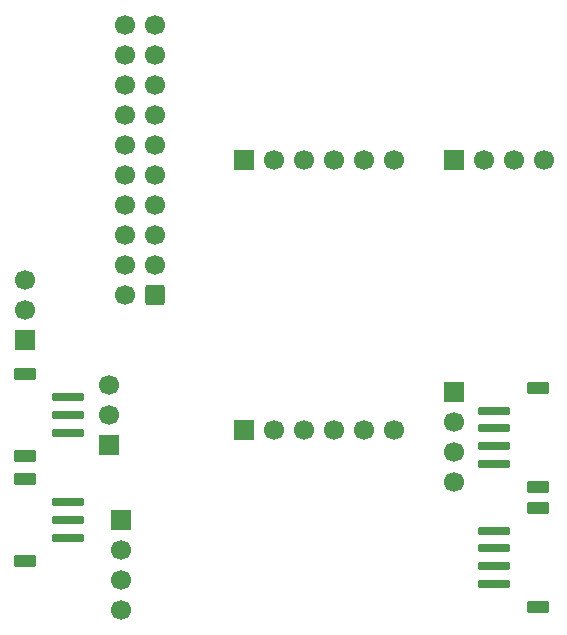
<source format=gbr>
%TF.GenerationSoftware,KiCad,Pcbnew,9.0.1*%
%TF.CreationDate,2025-06-01T13:31:13+09:00*%
%TF.ProjectId,DevTool,44657654-6f6f-46c2-9e6b-696361645f70,rev?*%
%TF.SameCoordinates,Original*%
%TF.FileFunction,Soldermask,Bot*%
%TF.FilePolarity,Negative*%
%FSLAX46Y46*%
G04 Gerber Fmt 4.6, Leading zero omitted, Abs format (unit mm)*
G04 Created by KiCad (PCBNEW 9.0.1) date 2025-06-01 13:31:13*
%MOMM*%
%LPD*%
G01*
G04 APERTURE LIST*
G04 Aperture macros list*
%AMRoundRect*
0 Rectangle with rounded corners*
0 $1 Rounding radius*
0 $2 $3 $4 $5 $6 $7 $8 $9 X,Y pos of 4 corners*
0 Add a 4 corners polygon primitive as box body*
4,1,4,$2,$3,$4,$5,$6,$7,$8,$9,$2,$3,0*
0 Add four circle primitives for the rounded corners*
1,1,$1+$1,$2,$3*
1,1,$1+$1,$4,$5*
1,1,$1+$1,$6,$7*
1,1,$1+$1,$8,$9*
0 Add four rect primitives between the rounded corners*
20,1,$1+$1,$2,$3,$4,$5,0*
20,1,$1+$1,$4,$5,$6,$7,0*
20,1,$1+$1,$6,$7,$8,$9,0*
20,1,$1+$1,$8,$9,$2,$3,0*%
G04 Aperture macros list end*
%ADD10R,1.700000X1.700000*%
%ADD11C,1.700000*%
%ADD12RoundRect,0.250000X0.600000X0.600000X-0.600000X0.600000X-0.600000X-0.600000X0.600000X-0.600000X0*%
%ADD13RoundRect,0.175000X1.175000X-0.175000X1.175000X0.175000X-1.175000X0.175000X-1.175000X-0.175000X0*%
%ADD14RoundRect,0.250000X0.700000X-0.300000X0.700000X0.300000X-0.700000X0.300000X-0.700000X-0.300000X0*%
%ADD15RoundRect,0.175000X-1.175000X0.175000X-1.175000X-0.175000X1.175000X-0.175000X1.175000X0.175000X0*%
%ADD16RoundRect,0.250000X-0.700000X0.300000X-0.700000X-0.300000X0.700000X-0.300000X0.700000X0.300000X0*%
G04 APERTURE END LIST*
D10*
%TO.C,J18*%
X147320000Y-93345000D03*
D11*
X147320000Y-95885000D03*
X147320000Y-98425000D03*
X147320000Y-100965000D03*
%TD*%
D10*
%TO.C,J1*%
X111000000Y-88900000D03*
D11*
X111000000Y-86360000D03*
X111000000Y-83820000D03*
%TD*%
D10*
%TO.C,J10*%
X129540000Y-96520000D03*
D11*
X132080000Y-96520000D03*
X134620000Y-96520000D03*
X137160000Y-96520000D03*
X139700000Y-96520000D03*
X142240000Y-96520000D03*
%TD*%
D10*
%TO.C,J11*%
X119100000Y-104140000D03*
D11*
X119100000Y-106680000D03*
X119100000Y-109220000D03*
X119100000Y-111760000D03*
%TD*%
D12*
%TO.C,J8*%
X122037500Y-85090000D03*
D11*
X119497500Y-85090000D03*
X122037500Y-82550000D03*
X119497500Y-82550000D03*
X122037500Y-80010000D03*
X119497500Y-80010000D03*
X122037500Y-77470000D03*
X119497500Y-77470000D03*
X122037500Y-74930000D03*
X119497500Y-74930000D03*
X122037500Y-72390000D03*
X119497500Y-72390000D03*
X122037500Y-69850000D03*
X119497500Y-69850000D03*
X122037500Y-67310000D03*
X119497500Y-67310000D03*
X122037500Y-64770000D03*
X119497500Y-64770000D03*
X122037500Y-62230000D03*
X119497500Y-62230000D03*
%TD*%
D10*
%TO.C,J17*%
X118110000Y-97790000D03*
D11*
X118110000Y-95250000D03*
X118110000Y-92710000D03*
%TD*%
D10*
%TO.C,J19*%
X147320000Y-73660000D03*
D11*
X149860000Y-73660000D03*
X152400000Y-73660000D03*
X154940000Y-73660000D03*
%TD*%
D10*
%TO.C,J20*%
X129540000Y-73660000D03*
D11*
X132080000Y-73660000D03*
X134620000Y-73660000D03*
X137160000Y-73660000D03*
X139700000Y-73660000D03*
X142240000Y-73660000D03*
%TD*%
D13*
%TO.C,J21*%
X114680000Y-105640000D03*
X114680000Y-104140000D03*
X114680000Y-102640000D03*
D14*
X110980000Y-107590000D03*
X110980000Y-100690000D03*
%TD*%
D15*
%TO.C,J23*%
X150750000Y-105065000D03*
X150750000Y-106565000D03*
X150750000Y-108065000D03*
X150750000Y-109565000D03*
D16*
X154450000Y-103115000D03*
X154450000Y-111515000D03*
%TD*%
D15*
%TO.C,J14*%
X150750000Y-94905000D03*
X150750000Y-96405000D03*
X150750000Y-97905000D03*
X150750000Y-99405000D03*
D16*
X154450000Y-92955000D03*
X154450000Y-101355000D03*
%TD*%
D13*
%TO.C,J13*%
X114680000Y-96750000D03*
X114680000Y-95250000D03*
X114680000Y-93750000D03*
D14*
X110980000Y-98700000D03*
X110980000Y-91800000D03*
%TD*%
M02*

</source>
